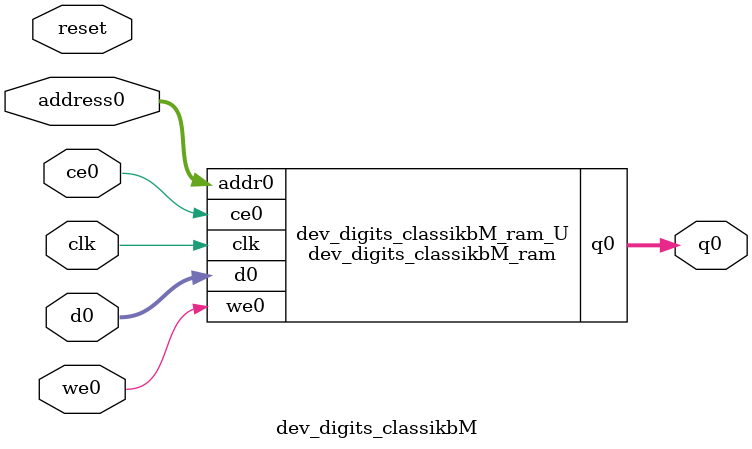
<source format=v>

`timescale 1 ns / 1 ps
module dev_digits_classikbM_ram (addr0, ce0, d0, we0, q0,  clk);

parameter DWIDTH = 12;
parameter AWIDTH = 9;
parameter MEM_SIZE = 343;

input[AWIDTH-1:0] addr0;
input ce0;
input[DWIDTH-1:0] d0;
input we0;
output reg[DWIDTH-1:0] q0;
input clk;

(* ram_style = "block" *)reg [DWIDTH-1:0] ram[0:MEM_SIZE-1];




always @(posedge clk)  
begin 
    if (ce0) 
    begin
        if (we0) 
        begin 
            ram[addr0] <= d0; 
            q0 <= d0;
        end 
        else 
            q0 <= ram[addr0];
    end
end


endmodule


`timescale 1 ns / 1 ps
module dev_digits_classikbM(
    reset,
    clk,
    address0,
    ce0,
    we0,
    d0,
    q0);

parameter DataWidth = 32'd12;
parameter AddressRange = 32'd343;
parameter AddressWidth = 32'd9;
input reset;
input clk;
input[AddressWidth - 1:0] address0;
input ce0;
input we0;
input[DataWidth - 1:0] d0;
output[DataWidth - 1:0] q0;



dev_digits_classikbM_ram dev_digits_classikbM_ram_U(
    .clk( clk ),
    .addr0( address0 ),
    .ce0( ce0 ),
    .we0( we0 ),
    .d0( d0 ),
    .q0( q0 ));

endmodule


</source>
